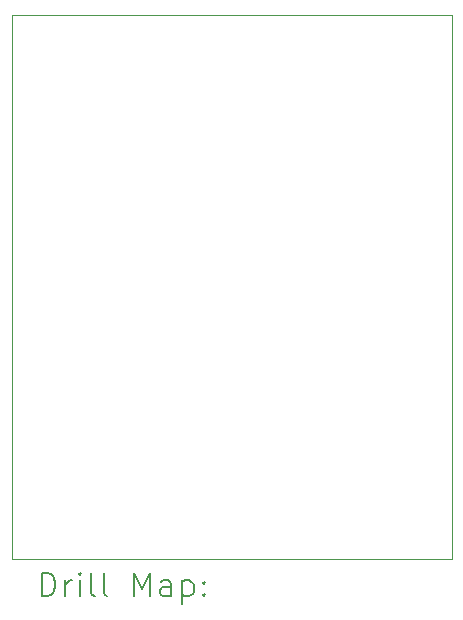
<source format=gbr>
%TF.GenerationSoftware,KiCad,Pcbnew,9.0.1*%
%TF.CreationDate,2025-04-05T23:32:22-07:00*%
%TF.ProjectId,LT8491-mezzanine,4c543834-3931-42d6-9d65-7a7a616e696e,1.1*%
%TF.SameCoordinates,Original*%
%TF.FileFunction,Drillmap*%
%TF.FilePolarity,Positive*%
%FSLAX45Y45*%
G04 Gerber Fmt 4.5, Leading zero omitted, Abs format (unit mm)*
G04 Created by KiCad (PCBNEW 9.0.1) date 2025-04-05 23:32:22*
%MOMM*%
%LPD*%
G01*
G04 APERTURE LIST*
%ADD10C,0.100000*%
%ADD11C,0.200000*%
G04 APERTURE END LIST*
D10*
X12925000Y-7575000D02*
X16650000Y-7575000D01*
X16650000Y-12175000D01*
X12925000Y-12175000D01*
X12925000Y-7575000D01*
D11*
X13180777Y-12491484D02*
X13180777Y-12291484D01*
X13180777Y-12291484D02*
X13228396Y-12291484D01*
X13228396Y-12291484D02*
X13256967Y-12301008D01*
X13256967Y-12301008D02*
X13276015Y-12320055D01*
X13276015Y-12320055D02*
X13285539Y-12339103D01*
X13285539Y-12339103D02*
X13295062Y-12377198D01*
X13295062Y-12377198D02*
X13295062Y-12405769D01*
X13295062Y-12405769D02*
X13285539Y-12443865D01*
X13285539Y-12443865D02*
X13276015Y-12462912D01*
X13276015Y-12462912D02*
X13256967Y-12481960D01*
X13256967Y-12481960D02*
X13228396Y-12491484D01*
X13228396Y-12491484D02*
X13180777Y-12491484D01*
X13380777Y-12491484D02*
X13380777Y-12358150D01*
X13380777Y-12396246D02*
X13390301Y-12377198D01*
X13390301Y-12377198D02*
X13399824Y-12367674D01*
X13399824Y-12367674D02*
X13418872Y-12358150D01*
X13418872Y-12358150D02*
X13437920Y-12358150D01*
X13504586Y-12491484D02*
X13504586Y-12358150D01*
X13504586Y-12291484D02*
X13495062Y-12301008D01*
X13495062Y-12301008D02*
X13504586Y-12310531D01*
X13504586Y-12310531D02*
X13514110Y-12301008D01*
X13514110Y-12301008D02*
X13504586Y-12291484D01*
X13504586Y-12291484D02*
X13504586Y-12310531D01*
X13628396Y-12491484D02*
X13609348Y-12481960D01*
X13609348Y-12481960D02*
X13599824Y-12462912D01*
X13599824Y-12462912D02*
X13599824Y-12291484D01*
X13733158Y-12491484D02*
X13714110Y-12481960D01*
X13714110Y-12481960D02*
X13704586Y-12462912D01*
X13704586Y-12462912D02*
X13704586Y-12291484D01*
X13961729Y-12491484D02*
X13961729Y-12291484D01*
X13961729Y-12291484D02*
X14028396Y-12434341D01*
X14028396Y-12434341D02*
X14095062Y-12291484D01*
X14095062Y-12291484D02*
X14095062Y-12491484D01*
X14276015Y-12491484D02*
X14276015Y-12386722D01*
X14276015Y-12386722D02*
X14266491Y-12367674D01*
X14266491Y-12367674D02*
X14247443Y-12358150D01*
X14247443Y-12358150D02*
X14209348Y-12358150D01*
X14209348Y-12358150D02*
X14190301Y-12367674D01*
X14276015Y-12481960D02*
X14256967Y-12491484D01*
X14256967Y-12491484D02*
X14209348Y-12491484D01*
X14209348Y-12491484D02*
X14190301Y-12481960D01*
X14190301Y-12481960D02*
X14180777Y-12462912D01*
X14180777Y-12462912D02*
X14180777Y-12443865D01*
X14180777Y-12443865D02*
X14190301Y-12424817D01*
X14190301Y-12424817D02*
X14209348Y-12415293D01*
X14209348Y-12415293D02*
X14256967Y-12415293D01*
X14256967Y-12415293D02*
X14276015Y-12405769D01*
X14371253Y-12358150D02*
X14371253Y-12558150D01*
X14371253Y-12367674D02*
X14390301Y-12358150D01*
X14390301Y-12358150D02*
X14428396Y-12358150D01*
X14428396Y-12358150D02*
X14447443Y-12367674D01*
X14447443Y-12367674D02*
X14456967Y-12377198D01*
X14456967Y-12377198D02*
X14466491Y-12396246D01*
X14466491Y-12396246D02*
X14466491Y-12453388D01*
X14466491Y-12453388D02*
X14456967Y-12472436D01*
X14456967Y-12472436D02*
X14447443Y-12481960D01*
X14447443Y-12481960D02*
X14428396Y-12491484D01*
X14428396Y-12491484D02*
X14390301Y-12491484D01*
X14390301Y-12491484D02*
X14371253Y-12481960D01*
X14552205Y-12472436D02*
X14561729Y-12481960D01*
X14561729Y-12481960D02*
X14552205Y-12491484D01*
X14552205Y-12491484D02*
X14542682Y-12481960D01*
X14542682Y-12481960D02*
X14552205Y-12472436D01*
X14552205Y-12472436D02*
X14552205Y-12491484D01*
X14552205Y-12367674D02*
X14561729Y-12377198D01*
X14561729Y-12377198D02*
X14552205Y-12386722D01*
X14552205Y-12386722D02*
X14542682Y-12377198D01*
X14542682Y-12377198D02*
X14552205Y-12367674D01*
X14552205Y-12367674D02*
X14552205Y-12386722D01*
M02*

</source>
